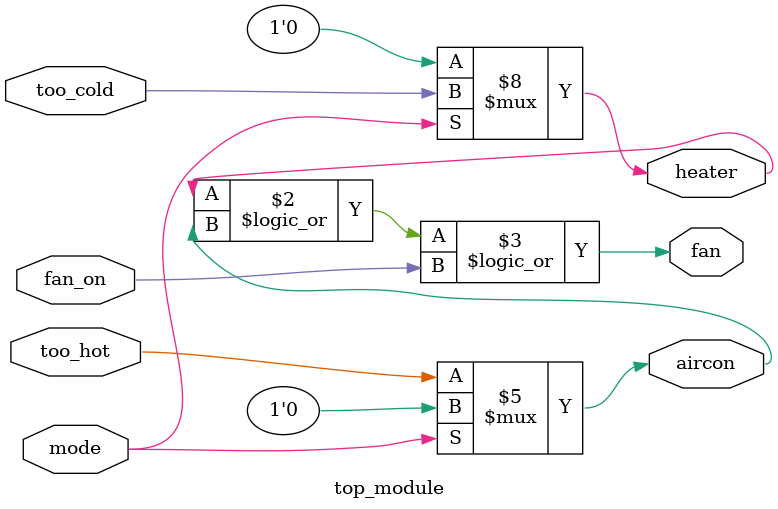
<source format=sv>
module top_module(
    input mode,
    input too_cold,
    input too_hot,
    input fan_on,
    output reg heater,
    output reg aircon,
    output reg fan
);

    always @(*) begin
        if (mode) begin  // Heating mode
            heater = too_cold;
            aircon = 0;
        end else begin   // Cooling mode
            heater = 0;
            aircon = too_hot;
        end
        
        // Fan control logic
        fan = heater || aircon || fan_on;
    end
endmodule

</source>
